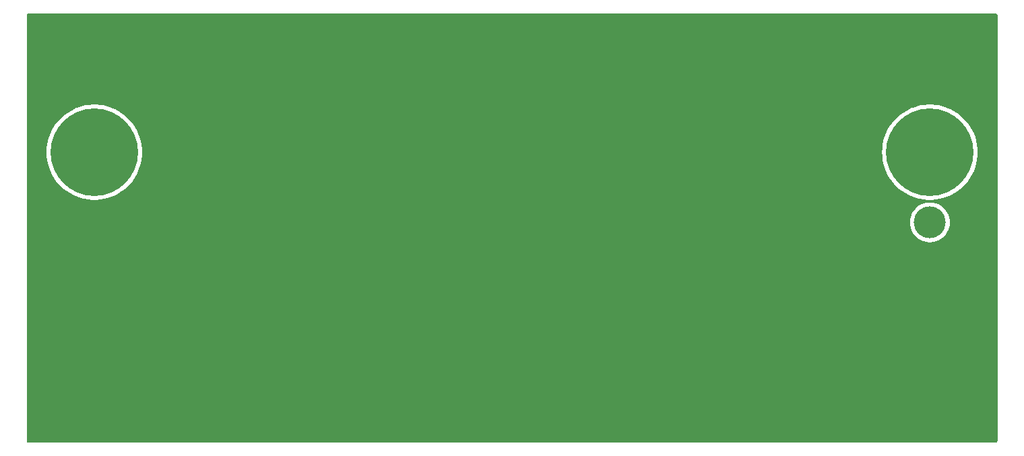
<source format=gbr>
%TF.GenerationSoftware,KiCad,Pcbnew,8.0.7*%
%TF.CreationDate,2025-01-31T21:54:53-05:00*%
%TF.ProjectId,filter_board,66696c74-6572-45f6-926f-6172642e6b69,rev?*%
%TF.SameCoordinates,Original*%
%TF.FileFunction,Copper,L2,Bot*%
%TF.FilePolarity,Positive*%
%FSLAX46Y46*%
G04 Gerber Fmt 4.6, Leading zero omitted, Abs format (unit mm)*
G04 Created by KiCad (PCBNEW 8.0.7) date 2025-01-31 21:54:53*
%MOMM*%
%LPD*%
G01*
G04 APERTURE LIST*
%TA.AperFunction,ComponentPad*%
%ADD10C,4.000000*%
%TD*%
%TA.AperFunction,ComponentPad*%
%ADD11C,11.000000*%
%TD*%
%TA.AperFunction,ViaPad*%
%ADD12C,0.600000*%
%TD*%
G04 APERTURE END LIST*
D10*
%TO.P,J4,1,Pin_1*%
%TO.N,GND*%
X209000000Y-145800000D03*
%TD*%
%TO.P,J3,1,Pin_1*%
%TO.N,/VOUT*%
X209000000Y-126800000D03*
%TD*%
D11*
%TO.P,J1,2,Pin_2*%
%TO.N,GND*%
X209000000Y-137025000D03*
%TO.P,J1,1,Pin_1*%
%TO.N,/VOUT*%
X209000000Y-117975000D03*
%TD*%
%TO.P,J2,1,Pin_1*%
%TO.N,/VIN*%
X104000000Y-117975000D03*
%TO.P,J2,2,Pin_2*%
%TO.N,GND*%
X104000000Y-137025000D03*
%TD*%
D12*
%TO.N,GND*%
X97000000Y-136000000D03*
X97000000Y-138500000D03*
X114500000Y-106500000D03*
X172000000Y-153500000D03*
X107000000Y-101500000D03*
X209500000Y-153500000D03*
X124500000Y-153500000D03*
X182000000Y-101500000D03*
X169500000Y-101500000D03*
X122000000Y-151000000D03*
X192000000Y-101500000D03*
X204500000Y-104000000D03*
X97000000Y-141000000D03*
X107000000Y-143500000D03*
X204500000Y-106500000D03*
X109500000Y-101500000D03*
X172000000Y-151000000D03*
X164500000Y-153500000D03*
X172000000Y-101500000D03*
X154500000Y-151000000D03*
X192000000Y-151000000D03*
X99500000Y-101500000D03*
X164500000Y-101500000D03*
X99500000Y-148500000D03*
X157000000Y-146000000D03*
X114500000Y-101500000D03*
X202000000Y-143500000D03*
X157000000Y-151000000D03*
X212000000Y-101500000D03*
X149500000Y-101500000D03*
X182000000Y-151000000D03*
X112000000Y-143500000D03*
X162000000Y-153500000D03*
X132000000Y-153500000D03*
X112000000Y-148500000D03*
X127000000Y-153500000D03*
X159500000Y-151000000D03*
X209500000Y-104000000D03*
X197000000Y-148500000D03*
X112000000Y-104000000D03*
X122000000Y-104000000D03*
X177000000Y-153500000D03*
X152000000Y-106500000D03*
X174500000Y-106500000D03*
X157000000Y-101500000D03*
X109500000Y-143500000D03*
X149500000Y-106500000D03*
X104500000Y-104000000D03*
X139500000Y-101500000D03*
X97000000Y-143500000D03*
X114500000Y-143500000D03*
X197000000Y-151000000D03*
X199500000Y-148500000D03*
X214500000Y-104000000D03*
X189500000Y-153500000D03*
X142000000Y-106500000D03*
X179500000Y-151000000D03*
X204500000Y-101500000D03*
X152000000Y-104000000D03*
X114500000Y-151000000D03*
X139500000Y-151000000D03*
X202000000Y-138500000D03*
X137000000Y-148500000D03*
X204500000Y-146000000D03*
X134500000Y-106500000D03*
X189500000Y-101500000D03*
X134500000Y-104000000D03*
X189500000Y-151000000D03*
X117000000Y-146000000D03*
X202000000Y-133500000D03*
X129500000Y-101500000D03*
X157000000Y-104000000D03*
X104500000Y-153500000D03*
X159500000Y-101500000D03*
X197000000Y-133500000D03*
X132000000Y-151000000D03*
X149500000Y-104000000D03*
X104500000Y-146000000D03*
X122000000Y-153500000D03*
X157000000Y-106500000D03*
X209500000Y-106500000D03*
X159500000Y-104000000D03*
X202000000Y-146000000D03*
X102000000Y-104000000D03*
X112000000Y-101500000D03*
X117000000Y-101500000D03*
X109500000Y-104000000D03*
X102000000Y-101500000D03*
X134500000Y-101500000D03*
X99500000Y-146000000D03*
X137000000Y-146000000D03*
X212000000Y-143500000D03*
X102000000Y-146000000D03*
X164500000Y-104000000D03*
X134500000Y-153500000D03*
X147000000Y-153500000D03*
X112000000Y-141000000D03*
X142000000Y-104000000D03*
X139500000Y-104000000D03*
X127000000Y-151000000D03*
X107000000Y-104000000D03*
X164500000Y-151000000D03*
X119500000Y-151000000D03*
X187000000Y-153500000D03*
X159500000Y-153500000D03*
X152000000Y-151000000D03*
X117000000Y-106500000D03*
X179500000Y-148500000D03*
X157000000Y-143500000D03*
X159500000Y-148500000D03*
X137000000Y-151000000D03*
X137000000Y-106500000D03*
X109500000Y-146000000D03*
X207000000Y-153500000D03*
X179500000Y-101500000D03*
X194500000Y-101500000D03*
X137000000Y-104000000D03*
X132000000Y-101500000D03*
X162000000Y-104000000D03*
X177000000Y-151000000D03*
X154500000Y-101500000D03*
X97000000Y-153500000D03*
X137000000Y-143500000D03*
X154500000Y-106500000D03*
X177000000Y-101500000D03*
X117000000Y-143500000D03*
X129500000Y-104000000D03*
X179500000Y-104000000D03*
X209500000Y-151000000D03*
X199500000Y-146000000D03*
X122000000Y-101500000D03*
X174500000Y-101500000D03*
X97000000Y-148500000D03*
X189500000Y-104000000D03*
X99500000Y-143500000D03*
X147000000Y-104000000D03*
X202000000Y-153500000D03*
X212000000Y-151000000D03*
X104500000Y-151000000D03*
X162000000Y-101500000D03*
X214500000Y-106500000D03*
X212000000Y-148500000D03*
X127000000Y-101500000D03*
X174500000Y-146000000D03*
X109500000Y-148500000D03*
X197000000Y-136000000D03*
X129500000Y-153500000D03*
X147000000Y-101500000D03*
X134500000Y-143500000D03*
X199500000Y-136000000D03*
X167000000Y-101500000D03*
X212000000Y-153500000D03*
X169500000Y-151000000D03*
X199500000Y-153500000D03*
X194500000Y-153500000D03*
X159500000Y-146000000D03*
X199500000Y-101500000D03*
X184500000Y-153500000D03*
X174500000Y-148500000D03*
X179500000Y-106500000D03*
X107000000Y-148500000D03*
X102000000Y-151000000D03*
X154500000Y-153500000D03*
X184500000Y-104000000D03*
X204500000Y-151000000D03*
X179500000Y-153500000D03*
X112000000Y-136000000D03*
X207000000Y-151000000D03*
X114500000Y-153500000D03*
X204500000Y-143500000D03*
X144500000Y-153500000D03*
X152000000Y-153500000D03*
X109500000Y-133500000D03*
X202000000Y-141000000D03*
X197000000Y-143500000D03*
X197000000Y-141000000D03*
X174500000Y-151000000D03*
X154500000Y-104000000D03*
X107000000Y-153500000D03*
X97000000Y-146000000D03*
X114500000Y-148500000D03*
X102000000Y-148500000D03*
X154500000Y-143500000D03*
X184500000Y-101500000D03*
X207000000Y-101500000D03*
X199500000Y-143500000D03*
X169500000Y-104000000D03*
X144500000Y-101500000D03*
X109500000Y-151000000D03*
X154500000Y-148500000D03*
X192000000Y-104000000D03*
X99500000Y-151000000D03*
X144500000Y-104000000D03*
X142000000Y-151000000D03*
X197000000Y-146000000D03*
X157000000Y-148500000D03*
X127000000Y-104000000D03*
X117000000Y-153500000D03*
X179500000Y-146000000D03*
X214500000Y-148500000D03*
X134500000Y-146000000D03*
X152000000Y-101500000D03*
X179500000Y-143500000D03*
X169500000Y-153500000D03*
X172000000Y-104000000D03*
X207000000Y-148500000D03*
X204500000Y-148500000D03*
X102000000Y-143500000D03*
X119500000Y-153500000D03*
X117000000Y-148500000D03*
X177000000Y-104000000D03*
X107000000Y-146000000D03*
X167000000Y-153500000D03*
X212000000Y-146000000D03*
X144500000Y-106500000D03*
X199500000Y-138500000D03*
X119500000Y-101500000D03*
X214500000Y-133500000D03*
X207000000Y-106500000D03*
X104500000Y-143500000D03*
X192000000Y-153500000D03*
X214500000Y-151000000D03*
X214500000Y-153500000D03*
X202000000Y-101500000D03*
X112000000Y-138500000D03*
X199500000Y-151000000D03*
X214500000Y-143500000D03*
X132000000Y-104000000D03*
X102000000Y-153500000D03*
X139500000Y-106500000D03*
X124500000Y-101500000D03*
X197000000Y-104000000D03*
X154500000Y-146000000D03*
X97000000Y-104000000D03*
X159500000Y-106500000D03*
X159500000Y-143500000D03*
X209500000Y-148500000D03*
X137000000Y-101500000D03*
X197000000Y-138500000D03*
X202000000Y-148500000D03*
X202000000Y-106500000D03*
X114500000Y-104000000D03*
X129500000Y-151000000D03*
X137000000Y-153500000D03*
X107000000Y-151000000D03*
X207000000Y-104000000D03*
X214500000Y-101500000D03*
X117000000Y-104000000D03*
X99500000Y-153500000D03*
X202000000Y-104000000D03*
X149500000Y-151000000D03*
X119500000Y-104000000D03*
X202000000Y-151000000D03*
X182000000Y-153500000D03*
X209500000Y-101500000D03*
X112000000Y-151000000D03*
X197000000Y-106500000D03*
X187000000Y-101500000D03*
X144500000Y-151000000D03*
X104500000Y-148500000D03*
X157000000Y-153500000D03*
X109500000Y-153500000D03*
X99500000Y-104000000D03*
X142000000Y-101500000D03*
X139500000Y-153500000D03*
X104500000Y-101500000D03*
X202000000Y-136000000D03*
X194500000Y-151000000D03*
X97000000Y-151000000D03*
X177000000Y-146000000D03*
X142000000Y-153500000D03*
X162000000Y-151000000D03*
X177000000Y-143500000D03*
X147000000Y-106500000D03*
X174500000Y-104000000D03*
X194500000Y-104000000D03*
X134500000Y-148500000D03*
X182000000Y-104000000D03*
X112000000Y-153500000D03*
X199500000Y-141000000D03*
X114500000Y-146000000D03*
X212000000Y-106500000D03*
X132000000Y-106500000D03*
X214500000Y-146000000D03*
X97000000Y-133500000D03*
X199500000Y-104000000D03*
X204500000Y-153500000D03*
X197000000Y-153500000D03*
X117000000Y-151000000D03*
X134500000Y-151000000D03*
X199500000Y-106500000D03*
X174500000Y-153500000D03*
X109500000Y-141000000D03*
X199500000Y-133500000D03*
X112000000Y-146000000D03*
X177000000Y-148500000D03*
X214500000Y-141000000D03*
X212000000Y-104000000D03*
X174500000Y-143500000D03*
X184500000Y-151000000D03*
X177000000Y-106500000D03*
X197000000Y-101500000D03*
X149500000Y-153500000D03*
X97000000Y-101500000D03*
%TD*%
%TA.AperFunction,Conductor*%
%TO.N,GND*%
G36*
X217337397Y-100520185D02*
G01*
X217358039Y-100536819D01*
X217463181Y-100641961D01*
X217496666Y-100703284D01*
X217499500Y-100729642D01*
X217499500Y-154270358D01*
X217479815Y-154337397D01*
X217463181Y-154358039D01*
X217358039Y-154463181D01*
X217296716Y-154496666D01*
X217270358Y-154499500D01*
X95729642Y-154499500D01*
X95662603Y-154479815D01*
X95641961Y-154463181D01*
X95536819Y-154358039D01*
X95503334Y-154296716D01*
X95500500Y-154270358D01*
X95500500Y-126799994D01*
X206494556Y-126799994D01*
X206494556Y-126800005D01*
X206514310Y-127114004D01*
X206514311Y-127114011D01*
X206573270Y-127423083D01*
X206670497Y-127722316D01*
X206670499Y-127722321D01*
X206804461Y-128007003D01*
X206804464Y-128007009D01*
X206973051Y-128272661D01*
X206973054Y-128272665D01*
X207173606Y-128515090D01*
X207173608Y-128515092D01*
X207402968Y-128730476D01*
X207402978Y-128730484D01*
X207657504Y-128915408D01*
X207657509Y-128915410D01*
X207657516Y-128915416D01*
X207933234Y-129066994D01*
X207933239Y-129066996D01*
X207933241Y-129066997D01*
X207933242Y-129066998D01*
X208225771Y-129182818D01*
X208225774Y-129182819D01*
X208530523Y-129261065D01*
X208530527Y-129261066D01*
X208596010Y-129269338D01*
X208842670Y-129300499D01*
X208842679Y-129300499D01*
X208842682Y-129300500D01*
X208842684Y-129300500D01*
X209157316Y-129300500D01*
X209157318Y-129300500D01*
X209157321Y-129300499D01*
X209157329Y-129300499D01*
X209343593Y-129276968D01*
X209469473Y-129261066D01*
X209774225Y-129182819D01*
X209774228Y-129182818D01*
X210066757Y-129066998D01*
X210066758Y-129066997D01*
X210066756Y-129066997D01*
X210066766Y-129066994D01*
X210342484Y-128915416D01*
X210597030Y-128730478D01*
X210826390Y-128515094D01*
X211026947Y-128272663D01*
X211195537Y-128007007D01*
X211329503Y-127722315D01*
X211426731Y-127423079D01*
X211485688Y-127114015D01*
X211505444Y-126800000D01*
X211485688Y-126485985D01*
X211426731Y-126176921D01*
X211329503Y-125877685D01*
X211195537Y-125592993D01*
X211026947Y-125327337D01*
X211026945Y-125327334D01*
X210826393Y-125084909D01*
X210826391Y-125084907D01*
X210597031Y-124869523D01*
X210597021Y-124869515D01*
X210342495Y-124684591D01*
X210342488Y-124684586D01*
X210342484Y-124684584D01*
X210066766Y-124533006D01*
X210066763Y-124533004D01*
X210066758Y-124533002D01*
X210066757Y-124533001D01*
X209774228Y-124417181D01*
X209774225Y-124417180D01*
X209469476Y-124338934D01*
X209469463Y-124338932D01*
X209157329Y-124299500D01*
X209157318Y-124299500D01*
X208842682Y-124299500D01*
X208842670Y-124299500D01*
X208530536Y-124338932D01*
X208530523Y-124338934D01*
X208225774Y-124417180D01*
X208225771Y-124417181D01*
X207933242Y-124533001D01*
X207933241Y-124533002D01*
X207657516Y-124684584D01*
X207657504Y-124684591D01*
X207402978Y-124869515D01*
X207402968Y-124869523D01*
X207173608Y-125084907D01*
X207173606Y-125084909D01*
X206973054Y-125327334D01*
X206973051Y-125327338D01*
X206804464Y-125592990D01*
X206804461Y-125592996D01*
X206670499Y-125877678D01*
X206670497Y-125877683D01*
X206573270Y-126176916D01*
X206514311Y-126485988D01*
X206514310Y-126485995D01*
X206494556Y-126799994D01*
X95500500Y-126799994D01*
X95500500Y-117974988D01*
X97994630Y-117974988D01*
X97994630Y-117975011D01*
X98014102Y-118458211D01*
X98014104Y-118458237D01*
X98072398Y-118938332D01*
X98169136Y-119412185D01*
X98303689Y-119876714D01*
X98475185Y-120328910D01*
X98682512Y-120765841D01*
X98924322Y-121184668D01*
X98924327Y-121184674D01*
X99199058Y-121582691D01*
X99504914Y-121957295D01*
X99504920Y-121957301D01*
X99839933Y-122306087D01*
X100201920Y-122626779D01*
X100201924Y-122626782D01*
X100201932Y-122626789D01*
X100588561Y-122917323D01*
X100997315Y-123175803D01*
X101425543Y-123400554D01*
X101870466Y-123590118D01*
X102329201Y-123743267D01*
X102642248Y-123820425D01*
X102798767Y-123859004D01*
X102798783Y-123859007D01*
X103226019Y-123928439D01*
X103276133Y-123936584D01*
X103758188Y-123975500D01*
X103758197Y-123975500D01*
X104241803Y-123975500D01*
X104241812Y-123975500D01*
X104723867Y-123936584D01*
X105201228Y-123859005D01*
X105670799Y-123743267D01*
X106129534Y-123590118D01*
X106574457Y-123400554D01*
X107002685Y-123175803D01*
X107411439Y-122917323D01*
X107798068Y-122626789D01*
X108160066Y-122306088D01*
X108495084Y-121957297D01*
X108800950Y-121582680D01*
X109075679Y-121184665D01*
X109317491Y-120765835D01*
X109524817Y-120328905D01*
X109696312Y-119876708D01*
X109830865Y-119412179D01*
X109927602Y-118938329D01*
X109985896Y-118458232D01*
X110005370Y-117975000D01*
X110005370Y-117974988D01*
X202994630Y-117974988D01*
X202994630Y-117975011D01*
X203014102Y-118458211D01*
X203014104Y-118458237D01*
X203072398Y-118938332D01*
X203169136Y-119412185D01*
X203303689Y-119876714D01*
X203475185Y-120328910D01*
X203682512Y-120765841D01*
X203924322Y-121184668D01*
X203924327Y-121184674D01*
X204199058Y-121582691D01*
X204504914Y-121957295D01*
X204504920Y-121957301D01*
X204839933Y-122306087D01*
X205201920Y-122626779D01*
X205201924Y-122626782D01*
X205201932Y-122626789D01*
X205588561Y-122917323D01*
X205997315Y-123175803D01*
X206425543Y-123400554D01*
X206870466Y-123590118D01*
X207329201Y-123743267D01*
X207642248Y-123820425D01*
X207798767Y-123859004D01*
X207798783Y-123859007D01*
X208226019Y-123928439D01*
X208276133Y-123936584D01*
X208758188Y-123975500D01*
X208758197Y-123975500D01*
X209241803Y-123975500D01*
X209241812Y-123975500D01*
X209723867Y-123936584D01*
X210201228Y-123859005D01*
X210670799Y-123743267D01*
X211129534Y-123590118D01*
X211574457Y-123400554D01*
X212002685Y-123175803D01*
X212411439Y-122917323D01*
X212798068Y-122626789D01*
X213160066Y-122306088D01*
X213495084Y-121957297D01*
X213800950Y-121582680D01*
X214075679Y-121184665D01*
X214317491Y-120765835D01*
X214524817Y-120328905D01*
X214696312Y-119876708D01*
X214830865Y-119412179D01*
X214927602Y-118938329D01*
X214985896Y-118458232D01*
X215005370Y-117975000D01*
X214985896Y-117491768D01*
X214927602Y-117011671D01*
X214830865Y-116537821D01*
X214696312Y-116073292D01*
X214696310Y-116073285D01*
X214614899Y-115858624D01*
X214524817Y-115621095D01*
X214317491Y-115184165D01*
X214075679Y-114765335D01*
X214075677Y-114765331D01*
X214075672Y-114765325D01*
X213800950Y-114367320D01*
X213800945Y-114367314D01*
X213800941Y-114367308D01*
X213495085Y-113992704D01*
X213495079Y-113992698D01*
X213160066Y-113643912D01*
X212798079Y-113323220D01*
X212798073Y-113323215D01*
X212798068Y-113323211D01*
X212411439Y-113032677D01*
X212002685Y-112774197D01*
X211574457Y-112549446D01*
X211129534Y-112359882D01*
X211129526Y-112359879D01*
X211129523Y-112359878D01*
X210902843Y-112284201D01*
X210670799Y-112206733D01*
X210670795Y-112206732D01*
X210670788Y-112206730D01*
X210201232Y-112090995D01*
X210201216Y-112090992D01*
X209723872Y-112013416D01*
X209241822Y-111974500D01*
X209241812Y-111974500D01*
X208758188Y-111974500D01*
X208758177Y-111974500D01*
X208276127Y-112013416D01*
X207798783Y-112090992D01*
X207798767Y-112090995D01*
X207329211Y-112206730D01*
X207329204Y-112206732D01*
X206870476Y-112359878D01*
X206870468Y-112359881D01*
X206870466Y-112359882D01*
X206705832Y-112430025D01*
X206425549Y-112549443D01*
X205997318Y-112774195D01*
X205588559Y-113032678D01*
X205201920Y-113323220D01*
X204839933Y-113643912D01*
X204504920Y-113992698D01*
X204504914Y-113992704D01*
X204199058Y-114367308D01*
X203924327Y-114765325D01*
X203924322Y-114765331D01*
X203682512Y-115184158D01*
X203475185Y-115621089D01*
X203303689Y-116073285D01*
X203169136Y-116537814D01*
X203072398Y-117011667D01*
X203014104Y-117491762D01*
X203014102Y-117491788D01*
X202994630Y-117974988D01*
X110005370Y-117974988D01*
X109985896Y-117491768D01*
X109927602Y-117011671D01*
X109830865Y-116537821D01*
X109696312Y-116073292D01*
X109696310Y-116073285D01*
X109614899Y-115858624D01*
X109524817Y-115621095D01*
X109317491Y-115184165D01*
X109075679Y-114765335D01*
X109075677Y-114765331D01*
X109075672Y-114765325D01*
X108800950Y-114367320D01*
X108800945Y-114367314D01*
X108800941Y-114367308D01*
X108495085Y-113992704D01*
X108495079Y-113992698D01*
X108160066Y-113643912D01*
X107798079Y-113323220D01*
X107798073Y-113323215D01*
X107798068Y-113323211D01*
X107411439Y-113032677D01*
X107002685Y-112774197D01*
X106574457Y-112549446D01*
X106129534Y-112359882D01*
X106129526Y-112359879D01*
X106129523Y-112359878D01*
X105902843Y-112284201D01*
X105670799Y-112206733D01*
X105670795Y-112206732D01*
X105670788Y-112206730D01*
X105201232Y-112090995D01*
X105201216Y-112090992D01*
X104723872Y-112013416D01*
X104241822Y-111974500D01*
X104241812Y-111974500D01*
X103758188Y-111974500D01*
X103758177Y-111974500D01*
X103276127Y-112013416D01*
X102798783Y-112090992D01*
X102798767Y-112090995D01*
X102329211Y-112206730D01*
X102329204Y-112206732D01*
X101870476Y-112359878D01*
X101870468Y-112359881D01*
X101870466Y-112359882D01*
X101705832Y-112430025D01*
X101425549Y-112549443D01*
X100997318Y-112774195D01*
X100588559Y-113032678D01*
X100201920Y-113323220D01*
X99839933Y-113643912D01*
X99504920Y-113992698D01*
X99504914Y-113992704D01*
X99199058Y-114367308D01*
X98924327Y-114765325D01*
X98924322Y-114765331D01*
X98682512Y-115184158D01*
X98475185Y-115621089D01*
X98303689Y-116073285D01*
X98169136Y-116537814D01*
X98072398Y-117011667D01*
X98014104Y-117491762D01*
X98014102Y-117491788D01*
X97994630Y-117974988D01*
X95500500Y-117974988D01*
X95500500Y-100729642D01*
X95520185Y-100662603D01*
X95536819Y-100641961D01*
X95641961Y-100536819D01*
X95703284Y-100503334D01*
X95729642Y-100500500D01*
X217270358Y-100500500D01*
X217337397Y-100520185D01*
G37*
%TD.AperFunction*%
%TD*%
M02*

</source>
